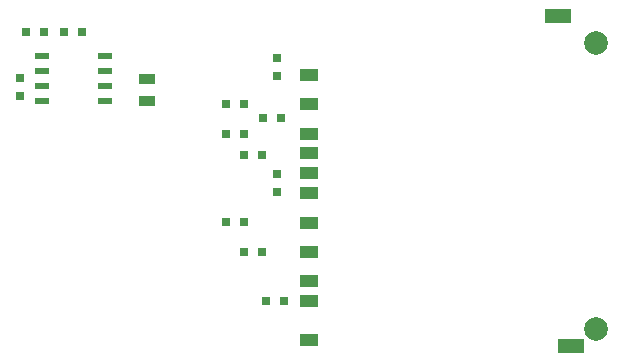
<source format=gtp>
G04 (created by PCBNEW-RS274X (2010-05-05 BZR 2356)-stable) date 8/04/2011 10:33:59 a.m.*
G01*
G70*
G90*
%MOIN*%
G04 Gerber Fmt 3.4, Leading zero omitted, Abs format*
%FSLAX34Y34*%
G04 APERTURE LIST*
%ADD10C,0.006000*%
%ADD11R,0.059100X0.039400*%
%ADD12R,0.086600X0.047200*%
%ADD13C,0.078700*%
%ADD14R,0.025000X0.031500*%
%ADD15R,0.031500X0.025000*%
%ADD16R,0.055000X0.035000*%
%ADD17R,0.045000X0.020000*%
G04 APERTURE END LIST*
G54D10*
G54D11*
X32481Y-27289D03*
X32481Y-28273D03*
X32481Y-29258D03*
X32481Y-30212D03*
X32481Y-30882D03*
X32481Y-32200D03*
X32481Y-26620D03*
X32481Y-25970D03*
X32481Y-23352D03*
X32481Y-24336D03*
X32481Y-25321D03*
G54D12*
X40778Y-21374D03*
X41221Y-32397D03*
G54D13*
X42048Y-31807D03*
X42048Y-22279D03*
G54D14*
X23646Y-21929D03*
X23046Y-21929D03*
X29700Y-24331D03*
X30300Y-24331D03*
X29700Y-25315D03*
X30300Y-25315D03*
X29700Y-28268D03*
X30300Y-28268D03*
G54D15*
X22835Y-24040D03*
X22835Y-23440D03*
G54D14*
X30330Y-29252D03*
X30930Y-29252D03*
X30330Y-26024D03*
X30930Y-26024D03*
G54D15*
X31421Y-22771D03*
X31421Y-23371D03*
G54D14*
X31058Y-30902D03*
X31658Y-30902D03*
G54D15*
X31402Y-27261D03*
X31402Y-26661D03*
G54D14*
X31560Y-24803D03*
X30960Y-24803D03*
X24306Y-21929D03*
X24906Y-21929D03*
G54D16*
X27087Y-23483D03*
X27087Y-24233D03*
G54D17*
X23596Y-24215D03*
X25696Y-24215D03*
X23596Y-23715D03*
X23596Y-23215D03*
X23596Y-22715D03*
X25696Y-23715D03*
X25696Y-23215D03*
X25696Y-22715D03*
M02*

</source>
